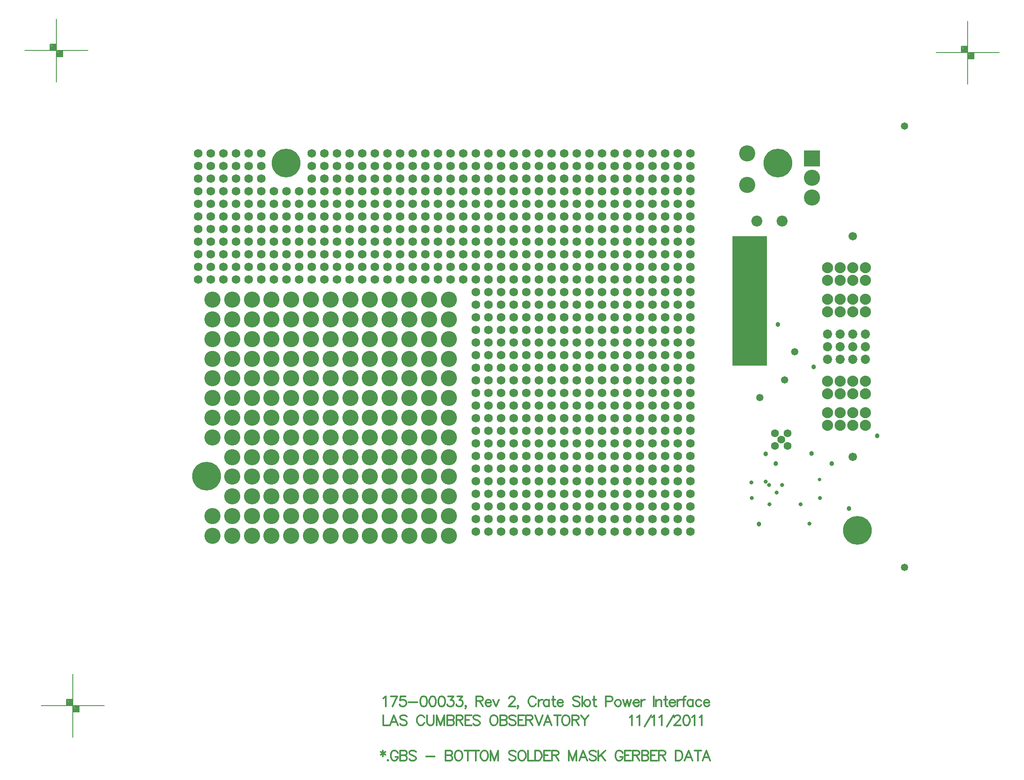
<source format=gbs>
%FSLAX23Y23*%
%MOIN*%
G70*
G01*
G75*
G04 Layer_Color=16711935*
%ADD10R,0.135X0.070*%
%ADD11O,0.024X0.079*%
%ADD12R,0.036X0.036*%
%ADD13O,0.014X0.067*%
%ADD14R,0.059X0.039*%
%ADD15R,0.050X0.050*%
%ADD16R,0.070X0.135*%
%ADD17C,0.020*%
%ADD18C,0.040*%
%ADD19C,0.010*%
%ADD20C,0.012*%
%ADD21C,0.008*%
%ADD22C,0.012*%
%ADD23C,0.012*%
%ADD24C,0.120*%
%ADD25C,0.060*%
%ADD26C,0.220*%
%ADD27C,0.050*%
%ADD28C,0.059*%
%ADD29C,0.080*%
%ADD30C,0.065*%
%ADD31C,0.079*%
%ADD32R,0.120X0.120*%
%ADD33C,0.055*%
%ADD34C,0.030*%
%ADD35C,0.024*%
%ADD36C,0.020*%
%ADD37C,0.005*%
%ADD38C,0.110*%
%ADD39C,0.076*%
%ADD40C,0.206*%
%ADD41C,0.150*%
%ADD42C,0.190*%
%ADD43C,0.092*%
%ADD44C,0.073*%
%ADD45C,0.055*%
%ADD46C,0.068*%
%ADD47C,0.087*%
%ADD48C,0.007*%
%ADD49C,0.010*%
%ADD50C,0.024*%
%ADD51C,0.010*%
%ADD52C,0.039*%
%ADD53C,0.008*%
%ADD54C,0.006*%
%ADD55C,0.007*%
%ADD56R,0.239X0.139*%
%ADD57R,0.143X0.078*%
%ADD58O,0.032X0.087*%
%ADD59R,0.044X0.044*%
%ADD60O,0.022X0.075*%
%ADD61R,0.067X0.047*%
%ADD62R,0.058X0.058*%
%ADD63R,0.078X0.143*%
%ADD64C,0.128*%
%ADD65C,0.228*%
%ADD66C,0.058*%
%ADD67C,0.067*%
%ADD68C,0.088*%
%ADD69C,0.073*%
%ADD70C,0.087*%
%ADD71R,0.128X0.128*%
%ADD72C,0.063*%
%ADD73C,0.038*%
%ADD74C,0.032*%
%ADD75C,0.028*%
%ADD76R,0.275X1.028*%
D20*
X22029Y14083D02*
Y14037D01*
X22010Y14072D02*
X22048Y14049D01*
Y14072D02*
X22010Y14049D01*
X22069Y14011D02*
X22065Y14007D01*
X22069Y14003D01*
X22072Y14007D01*
X22069Y14011D01*
X22147Y14064D02*
X22143Y14072D01*
X22136Y14079D01*
X22128Y14083D01*
X22113D01*
X22105Y14079D01*
X22098Y14072D01*
X22094Y14064D01*
X22090Y14053D01*
Y14034D01*
X22094Y14022D01*
X22098Y14015D01*
X22105Y14007D01*
X22113Y14003D01*
X22128D01*
X22136Y14007D01*
X22143Y14015D01*
X22147Y14022D01*
Y14034D01*
X22128D02*
X22147D01*
X22165Y14083D02*
Y14003D01*
Y14083D02*
X22200D01*
X22211Y14079D01*
X22215Y14075D01*
X22219Y14068D01*
Y14060D01*
X22215Y14053D01*
X22211Y14049D01*
X22200Y14045D01*
X22165D02*
X22200D01*
X22211Y14041D01*
X22215Y14037D01*
X22219Y14030D01*
Y14018D01*
X22215Y14011D01*
X22211Y14007D01*
X22200Y14003D01*
X22165D01*
X22290Y14072D02*
X22282Y14079D01*
X22271Y14083D01*
X22256D01*
X22244Y14079D01*
X22237Y14072D01*
Y14064D01*
X22240Y14056D01*
X22244Y14053D01*
X22252Y14049D01*
X22275Y14041D01*
X22282Y14037D01*
X22286Y14034D01*
X22290Y14026D01*
Y14015D01*
X22282Y14007D01*
X22271Y14003D01*
X22256D01*
X22244Y14007D01*
X22237Y14015D01*
X22371Y14037D02*
X22439D01*
X22526Y14083D02*
Y14003D01*
Y14083D02*
X22560D01*
X22571Y14079D01*
X22575Y14075D01*
X22579Y14068D01*
Y14060D01*
X22575Y14053D01*
X22571Y14049D01*
X22560Y14045D01*
X22526D02*
X22560D01*
X22571Y14041D01*
X22575Y14037D01*
X22579Y14030D01*
Y14018D01*
X22575Y14011D01*
X22571Y14007D01*
X22560Y14003D01*
X22526D01*
X22620Y14083D02*
X22612Y14079D01*
X22604Y14072D01*
X22601Y14064D01*
X22597Y14053D01*
Y14034D01*
X22601Y14022D01*
X22604Y14015D01*
X22612Y14007D01*
X22620Y14003D01*
X22635D01*
X22643Y14007D01*
X22650Y14015D01*
X22654Y14022D01*
X22658Y14034D01*
Y14053D01*
X22654Y14064D01*
X22650Y14072D01*
X22643Y14079D01*
X22635Y14083D01*
X22620D01*
X22703D02*
Y14003D01*
X22676Y14083D02*
X22730D01*
X22766D02*
Y14003D01*
X22739Y14083D02*
X22793D01*
X22825D02*
X22817Y14079D01*
X22810Y14072D01*
X22806Y14064D01*
X22802Y14053D01*
Y14034D01*
X22806Y14022D01*
X22810Y14015D01*
X22817Y14007D01*
X22825Y14003D01*
X22840D01*
X22848Y14007D01*
X22855Y14015D01*
X22859Y14022D01*
X22863Y14034D01*
Y14053D01*
X22859Y14064D01*
X22855Y14072D01*
X22848Y14079D01*
X22840Y14083D01*
X22825D01*
X22882D02*
Y14003D01*
Y14083D02*
X22912Y14003D01*
X22943Y14083D02*
X22912Y14003D01*
X22943Y14083D02*
Y14003D01*
X23082Y14072D02*
X23074Y14079D01*
X23063Y14083D01*
X23047D01*
X23036Y14079D01*
X23028Y14072D01*
Y14064D01*
X23032Y14056D01*
X23036Y14053D01*
X23044Y14049D01*
X23066Y14041D01*
X23074Y14037D01*
X23078Y14034D01*
X23082Y14026D01*
Y14015D01*
X23074Y14007D01*
X23063Y14003D01*
X23047D01*
X23036Y14007D01*
X23028Y14015D01*
X23122Y14083D02*
X23115Y14079D01*
X23107Y14072D01*
X23103Y14064D01*
X23100Y14053D01*
Y14034D01*
X23103Y14022D01*
X23107Y14015D01*
X23115Y14007D01*
X23122Y14003D01*
X23138D01*
X23145Y14007D01*
X23153Y14015D01*
X23157Y14022D01*
X23161Y14034D01*
Y14053D01*
X23157Y14064D01*
X23153Y14072D01*
X23145Y14079D01*
X23138Y14083D01*
X23122D01*
X23179D02*
Y14003D01*
X23225D01*
X23234Y14083D02*
Y14003D01*
Y14083D02*
X23260D01*
X23272Y14079D01*
X23279Y14072D01*
X23283Y14064D01*
X23287Y14053D01*
Y14034D01*
X23283Y14022D01*
X23279Y14015D01*
X23272Y14007D01*
X23260Y14003D01*
X23234D01*
X23354Y14083D02*
X23305D01*
Y14003D01*
X23354D01*
X23305Y14045D02*
X23335D01*
X23368Y14083D02*
Y14003D01*
Y14083D02*
X23402D01*
X23413Y14079D01*
X23417Y14075D01*
X23421Y14068D01*
Y14060D01*
X23417Y14053D01*
X23413Y14049D01*
X23402Y14045D01*
X23368D01*
X23394D02*
X23421Y14003D01*
X23502Y14083D02*
Y14003D01*
Y14083D02*
X23532Y14003D01*
X23563Y14083D02*
X23532Y14003D01*
X23563Y14083D02*
Y14003D01*
X23647D02*
X23616Y14083D01*
X23586Y14003D01*
X23597Y14030D02*
X23635D01*
X23719Y14072D02*
X23711Y14079D01*
X23699Y14083D01*
X23684D01*
X23673Y14079D01*
X23665Y14072D01*
Y14064D01*
X23669Y14056D01*
X23673Y14053D01*
X23680Y14049D01*
X23703Y14041D01*
X23711Y14037D01*
X23715Y14034D01*
X23719Y14026D01*
Y14015D01*
X23711Y14007D01*
X23699Y14003D01*
X23684D01*
X23673Y14007D01*
X23665Y14015D01*
X23736Y14083D02*
Y14003D01*
X23790Y14083D02*
X23736Y14030D01*
X23755Y14049D02*
X23790Y14003D01*
X23928Y14064D02*
X23924Y14072D01*
X23916Y14079D01*
X23909Y14083D01*
X23893D01*
X23886Y14079D01*
X23878Y14072D01*
X23874Y14064D01*
X23870Y14053D01*
Y14034D01*
X23874Y14022D01*
X23878Y14015D01*
X23886Y14007D01*
X23893Y14003D01*
X23909D01*
X23916Y14007D01*
X23924Y14015D01*
X23928Y14022D01*
Y14034D01*
X23909D02*
X23928D01*
X23995Y14083D02*
X23946D01*
Y14003D01*
X23995D01*
X23946Y14045D02*
X23976D01*
X24009Y14083D02*
Y14003D01*
Y14083D02*
X24043D01*
X24054Y14079D01*
X24058Y14075D01*
X24062Y14068D01*
Y14060D01*
X24058Y14053D01*
X24054Y14049D01*
X24043Y14045D01*
X24009D01*
X24035D02*
X24062Y14003D01*
X24080Y14083D02*
Y14003D01*
Y14083D02*
X24114D01*
X24126Y14079D01*
X24129Y14075D01*
X24133Y14068D01*
Y14060D01*
X24129Y14053D01*
X24126Y14049D01*
X24114Y14045D01*
X24080D02*
X24114D01*
X24126Y14041D01*
X24129Y14037D01*
X24133Y14030D01*
Y14018D01*
X24129Y14011D01*
X24126Y14007D01*
X24114Y14003D01*
X24080D01*
X24201Y14083D02*
X24151D01*
Y14003D01*
X24201D01*
X24151Y14045D02*
X24182D01*
X24214Y14083D02*
Y14003D01*
Y14083D02*
X24248D01*
X24260Y14079D01*
X24264Y14075D01*
X24267Y14068D01*
Y14060D01*
X24264Y14053D01*
X24260Y14049D01*
X24248Y14045D01*
X24214D01*
X24241D02*
X24267Y14003D01*
X24348Y14083D02*
Y14003D01*
Y14083D02*
X24375D01*
X24386Y14079D01*
X24394Y14072D01*
X24398Y14064D01*
X24401Y14053D01*
Y14034D01*
X24398Y14022D01*
X24394Y14015D01*
X24386Y14007D01*
X24375Y14003D01*
X24348D01*
X24480D02*
X24450Y14083D01*
X24419Y14003D01*
X24431Y14030D02*
X24469D01*
X24526Y14083D02*
Y14003D01*
X24499Y14083D02*
X24552D01*
X24623Y14003D02*
X24592Y14083D01*
X24562Y14003D01*
X24573Y14030D02*
X24611D01*
D21*
X19321Y14441D02*
X19821D01*
X19571Y14191D02*
Y14691D01*
X19521Y14441D02*
Y14491D01*
X19571D01*
X19621Y14391D02*
Y14441D01*
X19571Y14391D02*
X19621D01*
X19576Y14436D02*
X19616D01*
Y14396D02*
Y14436D01*
X19576Y14396D02*
X19616D01*
X19576D02*
Y14436D01*
X19581Y14431D02*
X19611D01*
Y14401D02*
Y14431D01*
X19581Y14401D02*
X19611D01*
X19581D02*
Y14426D01*
X19586D02*
X19606D01*
Y14406D02*
Y14426D01*
X19586Y14406D02*
X19606D01*
X19586D02*
Y14421D01*
X19591D02*
X19601D01*
Y14411D02*
Y14421D01*
X19591Y14411D02*
X19601D01*
X19591D02*
Y14421D01*
Y14416D02*
X19601D01*
X19526Y14486D02*
X19566D01*
Y14446D02*
Y14486D01*
X19526Y14446D02*
X19566D01*
X19526D02*
Y14486D01*
X19531Y14481D02*
X19561D01*
Y14451D02*
Y14481D01*
X19531Y14451D02*
X19561D01*
X19531D02*
Y14476D01*
X19536D02*
X19556D01*
Y14456D02*
Y14476D01*
X19536Y14456D02*
X19556D01*
X19536D02*
Y14471D01*
X19541D02*
X19551D01*
Y14461D02*
Y14471D01*
X19541Y14461D02*
X19551D01*
X19541D02*
Y14471D01*
Y14466D02*
X19551D01*
X19192Y19635D02*
X19692D01*
X19442Y19385D02*
Y19885D01*
X19392Y19635D02*
Y19685D01*
X19442D01*
X19492Y19585D02*
Y19635D01*
X19442Y19585D02*
X19492D01*
X19447Y19630D02*
X19487D01*
Y19590D02*
Y19630D01*
X19447Y19590D02*
X19487D01*
X19447D02*
Y19630D01*
X19452Y19625D02*
X19482D01*
Y19595D02*
Y19625D01*
X19452Y19595D02*
X19482D01*
X19452D02*
Y19620D01*
X19457D02*
X19477D01*
Y19600D02*
Y19620D01*
X19457Y19600D02*
X19477D01*
X19457D02*
Y19615D01*
X19462D02*
X19472D01*
Y19605D02*
Y19615D01*
X19462Y19605D02*
X19472D01*
X19462D02*
Y19615D01*
Y19610D02*
X19472D01*
X19397Y19680D02*
X19437D01*
Y19640D02*
Y19680D01*
X19397Y19640D02*
X19437D01*
X19397D02*
Y19680D01*
X19402Y19675D02*
X19432D01*
Y19645D02*
Y19675D01*
X19402Y19645D02*
X19432D01*
X19402D02*
Y19670D01*
X19407D02*
X19427D01*
Y19650D02*
Y19670D01*
X19407Y19650D02*
X19427D01*
X19407D02*
Y19665D01*
X19412D02*
X19422D01*
Y19655D02*
Y19665D01*
X19412Y19655D02*
X19422D01*
X19412D02*
Y19665D01*
Y19660D02*
X19422D01*
X26412Y19619D02*
X26912D01*
X26662Y19369D02*
Y19869D01*
X26612Y19619D02*
Y19669D01*
X26662D01*
X26712Y19569D02*
Y19619D01*
X26662Y19569D02*
X26712D01*
X26667Y19614D02*
X26707D01*
Y19574D02*
Y19614D01*
X26667Y19574D02*
X26707D01*
X26667D02*
Y19614D01*
X26672Y19609D02*
X26702D01*
Y19579D02*
Y19609D01*
X26672Y19579D02*
X26702D01*
X26672D02*
Y19604D01*
X26677D02*
X26697D01*
Y19584D02*
Y19604D01*
X26677Y19584D02*
X26697D01*
X26677D02*
Y19599D01*
X26682D02*
X26692D01*
Y19589D02*
Y19599D01*
X26682Y19589D02*
X26692D01*
X26682D02*
Y19599D01*
Y19594D02*
X26692D01*
X26617Y19664D02*
X26657D01*
Y19624D02*
Y19664D01*
X26617Y19624D02*
X26657D01*
X26617D02*
Y19664D01*
X26622Y19659D02*
X26652D01*
Y19629D02*
Y19659D01*
X26622Y19629D02*
X26652D01*
X26622D02*
Y19654D01*
X26627D02*
X26647D01*
Y19634D02*
Y19654D01*
X26627Y19634D02*
X26647D01*
X26627D02*
Y19649D01*
X26632D02*
X26642D01*
Y19639D02*
Y19649D01*
X26632Y19639D02*
X26642D01*
X26632D02*
Y19649D01*
Y19644D02*
X26642D01*
D22*
X22031Y14498D02*
X22039Y14502D01*
X22050Y14514D01*
Y14434D01*
X22143Y14514D02*
X22105Y14434D01*
X22090Y14514D02*
X22143D01*
X22207D02*
X22169D01*
X22165Y14479D01*
X22169Y14483D01*
X22180Y14487D01*
X22192D01*
X22203Y14483D01*
X22211Y14476D01*
X22215Y14464D01*
Y14457D01*
X22211Y14445D01*
X22203Y14438D01*
X22192Y14434D01*
X22180D01*
X22169Y14438D01*
X22165Y14441D01*
X22161Y14449D01*
X22232Y14468D02*
X22301D01*
X22347Y14514D02*
X22336Y14510D01*
X22328Y14498D01*
X22325Y14479D01*
Y14468D01*
X22328Y14449D01*
X22336Y14438D01*
X22347Y14434D01*
X22355D01*
X22367Y14438D01*
X22374Y14449D01*
X22378Y14468D01*
Y14479D01*
X22374Y14498D01*
X22367Y14510D01*
X22355Y14514D01*
X22347D01*
X22419D02*
X22407Y14510D01*
X22400Y14498D01*
X22396Y14479D01*
Y14468D01*
X22400Y14449D01*
X22407Y14438D01*
X22419Y14434D01*
X22426D01*
X22438Y14438D01*
X22445Y14449D01*
X22449Y14468D01*
Y14479D01*
X22445Y14498D01*
X22438Y14510D01*
X22426Y14514D01*
X22419D01*
X22490D02*
X22478Y14510D01*
X22471Y14498D01*
X22467Y14479D01*
Y14468D01*
X22471Y14449D01*
X22478Y14438D01*
X22490Y14434D01*
X22498D01*
X22509Y14438D01*
X22517Y14449D01*
X22520Y14468D01*
Y14479D01*
X22517Y14498D01*
X22509Y14510D01*
X22498Y14514D01*
X22490D01*
X22546D02*
X22588D01*
X22565Y14483D01*
X22576D01*
X22584Y14479D01*
X22588Y14476D01*
X22592Y14464D01*
Y14457D01*
X22588Y14445D01*
X22580Y14438D01*
X22569Y14434D01*
X22557D01*
X22546Y14438D01*
X22542Y14441D01*
X22538Y14449D01*
X22617Y14514D02*
X22659D01*
X22636Y14483D01*
X22648D01*
X22655Y14479D01*
X22659Y14476D01*
X22663Y14464D01*
Y14457D01*
X22659Y14445D01*
X22651Y14438D01*
X22640Y14434D01*
X22629D01*
X22617Y14438D01*
X22613Y14441D01*
X22610Y14449D01*
X22688Y14438D02*
X22685Y14434D01*
X22681Y14438D01*
X22685Y14441D01*
X22688Y14438D01*
Y14430D01*
X22685Y14422D01*
X22681Y14418D01*
X22769Y14514D02*
Y14434D01*
Y14514D02*
X22803D01*
X22814Y14510D01*
X22818Y14506D01*
X22822Y14498D01*
Y14491D01*
X22818Y14483D01*
X22814Y14479D01*
X22803Y14476D01*
X22769D01*
X22795D02*
X22822Y14434D01*
X22840Y14464D02*
X22886D01*
Y14472D01*
X22882Y14479D01*
X22878Y14483D01*
X22870Y14487D01*
X22859D01*
X22851Y14483D01*
X22844Y14476D01*
X22840Y14464D01*
Y14457D01*
X22844Y14445D01*
X22851Y14438D01*
X22859Y14434D01*
X22870D01*
X22878Y14438D01*
X22886Y14445D01*
X22903Y14487D02*
X22926Y14434D01*
X22948Y14487D02*
X22926Y14434D01*
X23028Y14495D02*
Y14498D01*
X23032Y14506D01*
X23036Y14510D01*
X23043Y14514D01*
X23059D01*
X23066Y14510D01*
X23070Y14506D01*
X23074Y14498D01*
Y14491D01*
X23070Y14483D01*
X23062Y14472D01*
X23024Y14434D01*
X23078D01*
X23103Y14438D02*
X23099Y14434D01*
X23095Y14438D01*
X23099Y14441D01*
X23103Y14438D01*
Y14430D01*
X23099Y14422D01*
X23095Y14418D01*
X23241Y14495D02*
X23237Y14502D01*
X23229Y14510D01*
X23222Y14514D01*
X23206D01*
X23199Y14510D01*
X23191Y14502D01*
X23187Y14495D01*
X23183Y14483D01*
Y14464D01*
X23187Y14453D01*
X23191Y14445D01*
X23199Y14438D01*
X23206Y14434D01*
X23222D01*
X23229Y14438D01*
X23237Y14445D01*
X23241Y14453D01*
X23263Y14487D02*
Y14434D01*
Y14464D02*
X23267Y14476D01*
X23275Y14483D01*
X23282Y14487D01*
X23294D01*
X23346D02*
Y14434D01*
Y14476D02*
X23339Y14483D01*
X23331Y14487D01*
X23320D01*
X23312Y14483D01*
X23305Y14476D01*
X23301Y14464D01*
Y14457D01*
X23305Y14445D01*
X23312Y14438D01*
X23320Y14434D01*
X23331D01*
X23339Y14438D01*
X23346Y14445D01*
X23379Y14514D02*
Y14449D01*
X23383Y14438D01*
X23391Y14434D01*
X23398D01*
X23368Y14487D02*
X23394D01*
X23410Y14464D02*
X23455D01*
Y14472D01*
X23452Y14479D01*
X23448Y14483D01*
X23440Y14487D01*
X23429D01*
X23421Y14483D01*
X23414Y14476D01*
X23410Y14464D01*
Y14457D01*
X23414Y14445D01*
X23421Y14438D01*
X23429Y14434D01*
X23440D01*
X23448Y14438D01*
X23455Y14445D01*
X23589Y14502D02*
X23581Y14510D01*
X23570Y14514D01*
X23554D01*
X23543Y14510D01*
X23535Y14502D01*
Y14495D01*
X23539Y14487D01*
X23543Y14483D01*
X23551Y14479D01*
X23573Y14472D01*
X23581Y14468D01*
X23585Y14464D01*
X23589Y14457D01*
Y14445D01*
X23581Y14438D01*
X23570Y14434D01*
X23554D01*
X23543Y14438D01*
X23535Y14445D01*
X23607Y14514D02*
Y14434D01*
X23642Y14487D02*
X23635Y14483D01*
X23627Y14476D01*
X23623Y14464D01*
Y14457D01*
X23627Y14445D01*
X23635Y14438D01*
X23642Y14434D01*
X23654D01*
X23661Y14438D01*
X23669Y14445D01*
X23673Y14457D01*
Y14464D01*
X23669Y14476D01*
X23661Y14483D01*
X23654Y14487D01*
X23642D01*
X23702Y14514D02*
Y14449D01*
X23706Y14438D01*
X23713Y14434D01*
X23721D01*
X23690Y14487D02*
X23717D01*
X23795Y14472D02*
X23829D01*
X23841Y14476D01*
X23845Y14479D01*
X23848Y14487D01*
Y14498D01*
X23845Y14506D01*
X23841Y14510D01*
X23829Y14514D01*
X23795D01*
Y14434D01*
X23885Y14487D02*
X23878Y14483D01*
X23870Y14476D01*
X23866Y14464D01*
Y14457D01*
X23870Y14445D01*
X23878Y14438D01*
X23885Y14434D01*
X23897D01*
X23904Y14438D01*
X23912Y14445D01*
X23916Y14457D01*
Y14464D01*
X23912Y14476D01*
X23904Y14483D01*
X23897Y14487D01*
X23885D01*
X23933D02*
X23949Y14434D01*
X23964Y14487D02*
X23949Y14434D01*
X23964Y14487D02*
X23979Y14434D01*
X23994Y14487D02*
X23979Y14434D01*
X24013Y14464D02*
X24059D01*
Y14472D01*
X24055Y14479D01*
X24051Y14483D01*
X24043Y14487D01*
X24032D01*
X24024Y14483D01*
X24017Y14476D01*
X24013Y14464D01*
Y14457D01*
X24017Y14445D01*
X24024Y14438D01*
X24032Y14434D01*
X24043D01*
X24051Y14438D01*
X24059Y14445D01*
X24076Y14487D02*
Y14434D01*
Y14464D02*
X24080Y14476D01*
X24087Y14483D01*
X24095Y14487D01*
X24106D01*
X24176Y14514D02*
Y14434D01*
X24193Y14487D02*
Y14434D01*
Y14472D02*
X24205Y14483D01*
X24212Y14487D01*
X24224D01*
X24231Y14483D01*
X24235Y14472D01*
Y14434D01*
X24267Y14514D02*
Y14449D01*
X24271Y14438D01*
X24279Y14434D01*
X24286D01*
X24256Y14487D02*
X24283D01*
X24298Y14464D02*
X24344D01*
Y14472D01*
X24340Y14479D01*
X24336Y14483D01*
X24328Y14487D01*
X24317D01*
X24309Y14483D01*
X24302Y14476D01*
X24298Y14464D01*
Y14457D01*
X24302Y14445D01*
X24309Y14438D01*
X24317Y14434D01*
X24328D01*
X24336Y14438D01*
X24344Y14445D01*
X24361Y14487D02*
Y14434D01*
Y14464D02*
X24365Y14476D01*
X24372Y14483D01*
X24380Y14487D01*
X24391D01*
X24429Y14514D02*
X24421D01*
X24414Y14510D01*
X24410Y14498D01*
Y14434D01*
X24398Y14487D02*
X24425D01*
X24486D02*
Y14434D01*
Y14476D02*
X24478Y14483D01*
X24471Y14487D01*
X24459D01*
X24452Y14483D01*
X24444Y14476D01*
X24440Y14464D01*
Y14457D01*
X24444Y14445D01*
X24452Y14438D01*
X24459Y14434D01*
X24471D01*
X24478Y14438D01*
X24486Y14445D01*
X24553Y14476D02*
X24545Y14483D01*
X24538Y14487D01*
X24526D01*
X24519Y14483D01*
X24511Y14476D01*
X24507Y14464D01*
Y14457D01*
X24511Y14445D01*
X24519Y14438D01*
X24526Y14434D01*
X24538D01*
X24545Y14438D01*
X24553Y14445D01*
X24570Y14464D02*
X24616D01*
Y14472D01*
X24612Y14479D01*
X24608Y14483D01*
X24601Y14487D01*
X24589D01*
X24582Y14483D01*
X24574Y14476D01*
X24570Y14464D01*
Y14457D01*
X24574Y14445D01*
X24582Y14438D01*
X24589Y14434D01*
X24601D01*
X24608Y14438D01*
X24616Y14445D01*
D23*
X22031Y14364D02*
Y14284D01*
X22077D01*
X22147D02*
X22116Y14364D01*
X22086Y14284D01*
X22097Y14310D02*
X22135D01*
X22219Y14352D02*
X22211Y14360D01*
X22200Y14364D01*
X22184D01*
X22173Y14360D01*
X22165Y14352D01*
Y14345D01*
X22169Y14337D01*
X22173Y14333D01*
X22181Y14329D01*
X22204Y14322D01*
X22211Y14318D01*
X22215Y14314D01*
X22219Y14307D01*
Y14295D01*
X22211Y14287D01*
X22200Y14284D01*
X22184D01*
X22173Y14287D01*
X22165Y14295D01*
X22357Y14345D02*
X22353Y14352D01*
X22345Y14360D01*
X22338Y14364D01*
X22322D01*
X22315Y14360D01*
X22307Y14352D01*
X22303Y14345D01*
X22299Y14333D01*
Y14314D01*
X22303Y14303D01*
X22307Y14295D01*
X22315Y14287D01*
X22322Y14284D01*
X22338D01*
X22345Y14287D01*
X22353Y14295D01*
X22357Y14303D01*
X22379Y14364D02*
Y14307D01*
X22383Y14295D01*
X22391Y14287D01*
X22402Y14284D01*
X22410D01*
X22421Y14287D01*
X22429Y14295D01*
X22432Y14307D01*
Y14364D01*
X22454D02*
Y14284D01*
Y14364D02*
X22485Y14284D01*
X22515Y14364D02*
X22485Y14284D01*
X22515Y14364D02*
Y14284D01*
X22538Y14364D02*
Y14284D01*
Y14364D02*
X22573D01*
X22584Y14360D01*
X22588Y14356D01*
X22592Y14348D01*
Y14341D01*
X22588Y14333D01*
X22584Y14329D01*
X22573Y14326D01*
X22538D02*
X22573D01*
X22584Y14322D01*
X22588Y14318D01*
X22592Y14310D01*
Y14299D01*
X22588Y14291D01*
X22584Y14287D01*
X22573Y14284D01*
X22538D01*
X22610Y14364D02*
Y14284D01*
Y14364D02*
X22644D01*
X22655Y14360D01*
X22659Y14356D01*
X22663Y14348D01*
Y14341D01*
X22659Y14333D01*
X22655Y14329D01*
X22644Y14326D01*
X22610D01*
X22636D02*
X22663Y14284D01*
X22730Y14364D02*
X22681D01*
Y14284D01*
X22730D01*
X22681Y14326D02*
X22711D01*
X22797Y14352D02*
X22789Y14360D01*
X22778Y14364D01*
X22763D01*
X22751Y14360D01*
X22744Y14352D01*
Y14345D01*
X22747Y14337D01*
X22751Y14333D01*
X22759Y14329D01*
X22782Y14322D01*
X22789Y14318D01*
X22793Y14314D01*
X22797Y14307D01*
Y14295D01*
X22789Y14287D01*
X22778Y14284D01*
X22763D01*
X22751Y14287D01*
X22744Y14295D01*
X22900Y14364D02*
X22893Y14360D01*
X22885Y14352D01*
X22881Y14345D01*
X22878Y14333D01*
Y14314D01*
X22881Y14303D01*
X22885Y14295D01*
X22893Y14287D01*
X22900Y14284D01*
X22916D01*
X22923Y14287D01*
X22931Y14295D01*
X22935Y14303D01*
X22939Y14314D01*
Y14333D01*
X22935Y14345D01*
X22931Y14352D01*
X22923Y14360D01*
X22916Y14364D01*
X22900D01*
X22957D02*
Y14284D01*
Y14364D02*
X22992D01*
X23003Y14360D01*
X23007Y14356D01*
X23011Y14348D01*
Y14341D01*
X23007Y14333D01*
X23003Y14329D01*
X22992Y14326D01*
X22957D02*
X22992D01*
X23003Y14322D01*
X23007Y14318D01*
X23011Y14310D01*
Y14299D01*
X23007Y14291D01*
X23003Y14287D01*
X22992Y14284D01*
X22957D01*
X23082Y14352D02*
X23074Y14360D01*
X23063Y14364D01*
X23048D01*
X23036Y14360D01*
X23028Y14352D01*
Y14345D01*
X23032Y14337D01*
X23036Y14333D01*
X23044Y14329D01*
X23067Y14322D01*
X23074Y14318D01*
X23078Y14314D01*
X23082Y14307D01*
Y14295D01*
X23074Y14287D01*
X23063Y14284D01*
X23048D01*
X23036Y14287D01*
X23028Y14295D01*
X23149Y14364D02*
X23100D01*
Y14284D01*
X23149D01*
X23100Y14326D02*
X23130D01*
X23163Y14364D02*
Y14284D01*
Y14364D02*
X23197D01*
X23208Y14360D01*
X23212Y14356D01*
X23216Y14348D01*
Y14341D01*
X23212Y14333D01*
X23208Y14329D01*
X23197Y14326D01*
X23163D01*
X23189D02*
X23216Y14284D01*
X23234Y14364D02*
X23264Y14284D01*
X23295Y14364D02*
X23264Y14284D01*
X23366D02*
X23335Y14364D01*
X23305Y14284D01*
X23316Y14310D02*
X23354D01*
X23411Y14364D02*
Y14284D01*
X23385Y14364D02*
X23438D01*
X23470D02*
X23463Y14360D01*
X23455Y14352D01*
X23451Y14345D01*
X23447Y14333D01*
Y14314D01*
X23451Y14303D01*
X23455Y14295D01*
X23463Y14287D01*
X23470Y14284D01*
X23486D01*
X23493Y14287D01*
X23501Y14295D01*
X23505Y14303D01*
X23508Y14314D01*
Y14333D01*
X23505Y14345D01*
X23501Y14352D01*
X23493Y14360D01*
X23486Y14364D01*
X23470D01*
X23527D02*
Y14284D01*
Y14364D02*
X23561D01*
X23573Y14360D01*
X23577Y14356D01*
X23580Y14348D01*
Y14341D01*
X23577Y14333D01*
X23573Y14329D01*
X23561Y14326D01*
X23527D01*
X23554D02*
X23580Y14284D01*
X23598Y14364D02*
X23629Y14326D01*
Y14284D01*
X23659Y14364D02*
X23629Y14326D01*
X23984Y14348D02*
X23991Y14352D01*
X24003Y14364D01*
Y14284D01*
X24042Y14348D02*
X24050Y14352D01*
X24061Y14364D01*
Y14284D01*
X24101Y14272D02*
X24154Y14364D01*
X24160Y14348D02*
X24167Y14352D01*
X24179Y14364D01*
Y14284D01*
X24218Y14348D02*
X24226Y14352D01*
X24237Y14364D01*
Y14284D01*
X24277Y14272D02*
X24330Y14364D01*
X24339Y14345D02*
Y14348D01*
X24343Y14356D01*
X24347Y14360D01*
X24355Y14364D01*
X24370D01*
X24378Y14360D01*
X24381Y14356D01*
X24385Y14348D01*
Y14341D01*
X24381Y14333D01*
X24374Y14322D01*
X24336Y14284D01*
X24389D01*
X24430Y14364D02*
X24418Y14360D01*
X24411Y14348D01*
X24407Y14329D01*
Y14318D01*
X24411Y14299D01*
X24418Y14287D01*
X24430Y14284D01*
X24437D01*
X24449Y14287D01*
X24456Y14299D01*
X24460Y14318D01*
Y14329D01*
X24456Y14348D01*
X24449Y14360D01*
X24437Y14364D01*
X24430D01*
X24478Y14348D02*
X24486Y14352D01*
X24497Y14364D01*
Y14284D01*
X24537Y14348D02*
X24544Y14352D01*
X24556Y14364D01*
Y14284D01*
D46*
X22066Y18819D02*
D03*
Y18719D02*
D03*
Y18619D02*
D03*
Y18519D02*
D03*
X21966Y18819D02*
D03*
Y18719D02*
D03*
Y18619D02*
D03*
Y18519D02*
D03*
X21866Y18819D02*
D03*
Y18719D02*
D03*
Y18619D02*
D03*
Y18519D02*
D03*
X21766Y18819D02*
D03*
Y18719D02*
D03*
Y18619D02*
D03*
Y18519D02*
D03*
X21666Y18819D02*
D03*
Y18719D02*
D03*
Y18619D02*
D03*
Y18519D02*
D03*
X21566D02*
D03*
Y18619D02*
D03*
Y18719D02*
D03*
Y18819D02*
D03*
X22066Y18319D02*
D03*
Y18219D02*
D03*
Y18119D02*
D03*
Y18019D02*
D03*
Y17919D02*
D03*
X21966Y18319D02*
D03*
Y18219D02*
D03*
Y18119D02*
D03*
Y18019D02*
D03*
Y17919D02*
D03*
X21866Y18319D02*
D03*
Y18219D02*
D03*
Y18119D02*
D03*
Y18019D02*
D03*
Y17919D02*
D03*
X21766Y18319D02*
D03*
Y18219D02*
D03*
Y18119D02*
D03*
Y18019D02*
D03*
Y17919D02*
D03*
X21666Y18319D02*
D03*
Y18219D02*
D03*
Y18119D02*
D03*
Y18019D02*
D03*
Y17919D02*
D03*
X21566D02*
D03*
Y18019D02*
D03*
Y18119D02*
D03*
Y18219D02*
D03*
Y18319D02*
D03*
X22066Y18419D02*
D03*
X21966D02*
D03*
X21866D02*
D03*
X21766D02*
D03*
X21666D02*
D03*
X21566D02*
D03*
X20966D02*
D03*
X21066D02*
D03*
X21166D02*
D03*
X21266D02*
D03*
X21366D02*
D03*
X21466D02*
D03*
X20966Y18319D02*
D03*
Y18219D02*
D03*
Y18119D02*
D03*
Y18019D02*
D03*
Y17919D02*
D03*
X21066D02*
D03*
Y18019D02*
D03*
Y18119D02*
D03*
Y18219D02*
D03*
Y18319D02*
D03*
X21166Y17919D02*
D03*
Y18019D02*
D03*
Y18119D02*
D03*
Y18219D02*
D03*
Y18319D02*
D03*
X21266Y17919D02*
D03*
Y18019D02*
D03*
Y18119D02*
D03*
Y18219D02*
D03*
Y18319D02*
D03*
X21366Y17919D02*
D03*
Y18019D02*
D03*
Y18119D02*
D03*
Y18219D02*
D03*
Y18319D02*
D03*
X21466Y17919D02*
D03*
Y18019D02*
D03*
Y18119D02*
D03*
Y18219D02*
D03*
Y18319D02*
D03*
X20966Y18819D02*
D03*
Y18719D02*
D03*
Y18619D02*
D03*
Y18519D02*
D03*
X21066D02*
D03*
Y18619D02*
D03*
Y18719D02*
D03*
Y18819D02*
D03*
X21166Y18519D02*
D03*
X21266D02*
D03*
X21366D02*
D03*
X21466D02*
D03*
Y18619D02*
D03*
Y18719D02*
D03*
Y18819D02*
D03*
X20566Y18419D02*
D03*
X20666D02*
D03*
X20766D02*
D03*
X20866D02*
D03*
X20566Y17919D02*
D03*
Y18019D02*
D03*
Y18119D02*
D03*
Y18219D02*
D03*
Y18319D02*
D03*
X20666Y17919D02*
D03*
Y18019D02*
D03*
Y18119D02*
D03*
Y18219D02*
D03*
Y18319D02*
D03*
X20766Y17919D02*
D03*
Y18019D02*
D03*
Y18119D02*
D03*
Y18219D02*
D03*
Y18319D02*
D03*
X20866Y17919D02*
D03*
Y18019D02*
D03*
Y18119D02*
D03*
Y18219D02*
D03*
Y18319D02*
D03*
X20566Y18519D02*
D03*
Y18619D02*
D03*
Y18719D02*
D03*
Y18819D02*
D03*
X20666Y18519D02*
D03*
Y18619D02*
D03*
Y18719D02*
D03*
Y18819D02*
D03*
X20766Y18519D02*
D03*
Y18619D02*
D03*
Y18719D02*
D03*
Y18819D02*
D03*
X20866Y18519D02*
D03*
Y18619D02*
D03*
Y18719D02*
D03*
Y18819D02*
D03*
Y17819D02*
D03*
X20766D02*
D03*
X20666D02*
D03*
X20566D02*
D03*
X21466D02*
D03*
X21366D02*
D03*
X21266D02*
D03*
X21166D02*
D03*
X21066D02*
D03*
X20966D02*
D03*
X21566D02*
D03*
X21666D02*
D03*
X21766D02*
D03*
X21866D02*
D03*
X21966D02*
D03*
X22066D02*
D03*
X24466Y16319D02*
D03*
Y16219D02*
D03*
Y16119D02*
D03*
Y16019D02*
D03*
Y15919D02*
D03*
X24366Y16319D02*
D03*
Y16219D02*
D03*
Y16119D02*
D03*
Y16019D02*
D03*
Y15919D02*
D03*
X24266Y16319D02*
D03*
Y16219D02*
D03*
Y16119D02*
D03*
Y16019D02*
D03*
Y15919D02*
D03*
X24166Y16319D02*
D03*
Y16219D02*
D03*
Y16119D02*
D03*
Y16019D02*
D03*
Y15919D02*
D03*
X24066Y16319D02*
D03*
Y16219D02*
D03*
Y16119D02*
D03*
Y16019D02*
D03*
Y15919D02*
D03*
X23966D02*
D03*
Y16019D02*
D03*
Y16119D02*
D03*
Y16219D02*
D03*
Y16319D02*
D03*
X24466Y16419D02*
D03*
X24366D02*
D03*
X24266D02*
D03*
X24166D02*
D03*
X24066D02*
D03*
X23966D02*
D03*
X24466Y15819D02*
D03*
X24366D02*
D03*
X24266D02*
D03*
X24166D02*
D03*
X24066D02*
D03*
X23966D02*
D03*
X23366D02*
D03*
X23466D02*
D03*
X23566D02*
D03*
X23666D02*
D03*
X23766D02*
D03*
X23866D02*
D03*
X23366Y16419D02*
D03*
X23466D02*
D03*
X23566D02*
D03*
X23666D02*
D03*
X23766D02*
D03*
X23866D02*
D03*
X23366Y16319D02*
D03*
Y16219D02*
D03*
Y16119D02*
D03*
Y16019D02*
D03*
Y15919D02*
D03*
X23466D02*
D03*
Y16019D02*
D03*
Y16119D02*
D03*
Y16219D02*
D03*
Y16319D02*
D03*
X23566Y15919D02*
D03*
Y16019D02*
D03*
Y16119D02*
D03*
Y16219D02*
D03*
Y16319D02*
D03*
X23666Y15919D02*
D03*
Y16019D02*
D03*
Y16119D02*
D03*
Y16219D02*
D03*
Y16319D02*
D03*
X23766Y15919D02*
D03*
Y16019D02*
D03*
Y16119D02*
D03*
Y16219D02*
D03*
Y16319D02*
D03*
X23866Y15919D02*
D03*
Y16019D02*
D03*
Y16119D02*
D03*
Y16219D02*
D03*
Y16319D02*
D03*
X22766Y15819D02*
D03*
X22866D02*
D03*
X22966D02*
D03*
X23066D02*
D03*
X23166D02*
D03*
X23266D02*
D03*
X22766Y16419D02*
D03*
X22866D02*
D03*
X22966D02*
D03*
X23066D02*
D03*
X23166D02*
D03*
X23266D02*
D03*
X22766Y16319D02*
D03*
Y16219D02*
D03*
Y16119D02*
D03*
Y16019D02*
D03*
Y15919D02*
D03*
X22866D02*
D03*
Y16019D02*
D03*
Y16119D02*
D03*
Y16219D02*
D03*
Y16319D02*
D03*
X22966Y15919D02*
D03*
Y16019D02*
D03*
Y16119D02*
D03*
Y16219D02*
D03*
Y16319D02*
D03*
X23066Y15919D02*
D03*
Y16019D02*
D03*
Y16119D02*
D03*
Y16219D02*
D03*
Y16319D02*
D03*
X23166Y15919D02*
D03*
Y16019D02*
D03*
Y16119D02*
D03*
Y16219D02*
D03*
Y16319D02*
D03*
X23266Y15919D02*
D03*
Y16019D02*
D03*
Y16119D02*
D03*
Y16219D02*
D03*
Y16319D02*
D03*
X24466Y17619D02*
D03*
Y17519D02*
D03*
Y17419D02*
D03*
Y17319D02*
D03*
Y17219D02*
D03*
X24366Y17619D02*
D03*
Y17519D02*
D03*
Y17419D02*
D03*
Y17319D02*
D03*
Y17219D02*
D03*
X24266Y17619D02*
D03*
Y17519D02*
D03*
Y17419D02*
D03*
Y17319D02*
D03*
Y17219D02*
D03*
X24166Y17619D02*
D03*
Y17519D02*
D03*
Y17419D02*
D03*
Y17319D02*
D03*
Y17219D02*
D03*
X24066Y17619D02*
D03*
Y17519D02*
D03*
Y17419D02*
D03*
Y17319D02*
D03*
Y17219D02*
D03*
X23966D02*
D03*
Y17319D02*
D03*
Y17419D02*
D03*
Y17519D02*
D03*
Y17619D02*
D03*
X24466Y17719D02*
D03*
X24366D02*
D03*
X24266D02*
D03*
X24166D02*
D03*
X24066D02*
D03*
X23966D02*
D03*
X24466Y17019D02*
D03*
Y16919D02*
D03*
Y16819D02*
D03*
Y16719D02*
D03*
Y16619D02*
D03*
X24366Y17019D02*
D03*
Y16919D02*
D03*
Y16819D02*
D03*
Y16719D02*
D03*
Y16619D02*
D03*
X24266Y17019D02*
D03*
Y16919D02*
D03*
Y16819D02*
D03*
Y16719D02*
D03*
Y16619D02*
D03*
X24166Y17019D02*
D03*
Y16919D02*
D03*
Y16819D02*
D03*
Y16719D02*
D03*
Y16619D02*
D03*
X24066Y17019D02*
D03*
Y16919D02*
D03*
Y16819D02*
D03*
Y16719D02*
D03*
Y16619D02*
D03*
X23966D02*
D03*
Y16719D02*
D03*
Y16819D02*
D03*
Y16919D02*
D03*
Y17019D02*
D03*
X24466Y17119D02*
D03*
X24366D02*
D03*
X24266D02*
D03*
X24166D02*
D03*
X24066D02*
D03*
X23966D02*
D03*
X23366D02*
D03*
X23466D02*
D03*
X23566D02*
D03*
X23666D02*
D03*
X23766D02*
D03*
X23866D02*
D03*
X23366Y17019D02*
D03*
Y16919D02*
D03*
Y16819D02*
D03*
Y16719D02*
D03*
Y16619D02*
D03*
X23466D02*
D03*
Y16719D02*
D03*
Y16819D02*
D03*
Y16919D02*
D03*
Y17019D02*
D03*
X23566Y16619D02*
D03*
Y16719D02*
D03*
Y16819D02*
D03*
Y16919D02*
D03*
Y17019D02*
D03*
X23666Y16619D02*
D03*
Y16719D02*
D03*
Y16819D02*
D03*
Y16919D02*
D03*
Y17019D02*
D03*
X23766Y16619D02*
D03*
Y16719D02*
D03*
Y16819D02*
D03*
Y16919D02*
D03*
Y17019D02*
D03*
X23866Y16619D02*
D03*
Y16719D02*
D03*
Y16819D02*
D03*
Y16919D02*
D03*
Y17019D02*
D03*
X23366Y17719D02*
D03*
X23466D02*
D03*
X23566D02*
D03*
X23666D02*
D03*
X23766D02*
D03*
X23866D02*
D03*
X23366Y17619D02*
D03*
Y17519D02*
D03*
Y17419D02*
D03*
Y17319D02*
D03*
Y17219D02*
D03*
X23466D02*
D03*
Y17319D02*
D03*
Y17419D02*
D03*
Y17519D02*
D03*
Y17619D02*
D03*
X23566Y17219D02*
D03*
Y17319D02*
D03*
Y17419D02*
D03*
Y17519D02*
D03*
Y17619D02*
D03*
X23666Y17219D02*
D03*
Y17319D02*
D03*
Y17419D02*
D03*
Y17519D02*
D03*
Y17619D02*
D03*
X23766Y17219D02*
D03*
Y17319D02*
D03*
Y17419D02*
D03*
Y17519D02*
D03*
Y17619D02*
D03*
X23866Y17219D02*
D03*
Y17319D02*
D03*
Y17419D02*
D03*
Y17519D02*
D03*
Y17619D02*
D03*
X22766Y17119D02*
D03*
X22866D02*
D03*
X22966D02*
D03*
X23066D02*
D03*
X23166D02*
D03*
X23266D02*
D03*
X22766Y17019D02*
D03*
Y16919D02*
D03*
Y16819D02*
D03*
Y16719D02*
D03*
Y16619D02*
D03*
X22866D02*
D03*
Y16719D02*
D03*
Y16819D02*
D03*
Y16919D02*
D03*
Y17019D02*
D03*
X22966Y16619D02*
D03*
Y16719D02*
D03*
Y16819D02*
D03*
Y16919D02*
D03*
Y17019D02*
D03*
X23066Y16619D02*
D03*
Y16719D02*
D03*
Y16819D02*
D03*
Y16919D02*
D03*
Y17019D02*
D03*
X23166Y16619D02*
D03*
Y16719D02*
D03*
Y16819D02*
D03*
Y16919D02*
D03*
Y17019D02*
D03*
X23266Y16619D02*
D03*
Y16719D02*
D03*
Y16819D02*
D03*
Y16919D02*
D03*
Y17019D02*
D03*
X22766Y17719D02*
D03*
X22866D02*
D03*
X22966D02*
D03*
X23066D02*
D03*
X23166D02*
D03*
X23266D02*
D03*
X22766Y17619D02*
D03*
Y17519D02*
D03*
Y17419D02*
D03*
Y17319D02*
D03*
Y17219D02*
D03*
X22866D02*
D03*
Y17319D02*
D03*
Y17419D02*
D03*
Y17519D02*
D03*
Y17619D02*
D03*
X22966Y17219D02*
D03*
Y17319D02*
D03*
Y17419D02*
D03*
Y17519D02*
D03*
Y17619D02*
D03*
X23066Y17219D02*
D03*
Y17319D02*
D03*
Y17419D02*
D03*
Y17519D02*
D03*
Y17619D02*
D03*
X23166Y17219D02*
D03*
Y17319D02*
D03*
Y17419D02*
D03*
Y17519D02*
D03*
Y17619D02*
D03*
X23266Y17219D02*
D03*
Y17319D02*
D03*
Y17419D02*
D03*
Y17519D02*
D03*
Y17619D02*
D03*
Y16519D02*
D03*
X23166D02*
D03*
X23066D02*
D03*
X22966D02*
D03*
X22866D02*
D03*
X22766D02*
D03*
X23866D02*
D03*
X23766D02*
D03*
X23666D02*
D03*
X23566D02*
D03*
X23466D02*
D03*
X23366D02*
D03*
X23966D02*
D03*
X24066D02*
D03*
X24166D02*
D03*
X24266D02*
D03*
X24366D02*
D03*
X24466D02*
D03*
Y17819D02*
D03*
X24366D02*
D03*
X24266D02*
D03*
X24166D02*
D03*
X24066D02*
D03*
X23966D02*
D03*
X23366D02*
D03*
X23466D02*
D03*
X23566D02*
D03*
X23666D02*
D03*
X23766D02*
D03*
X23866D02*
D03*
X22766D02*
D03*
X22866D02*
D03*
X22966D02*
D03*
X23066D02*
D03*
X23166D02*
D03*
X23266D02*
D03*
X22166D02*
D03*
X22266D02*
D03*
X22366D02*
D03*
X22466D02*
D03*
X22566D02*
D03*
X22666D02*
D03*
Y18819D02*
D03*
Y18719D02*
D03*
Y18619D02*
D03*
Y18519D02*
D03*
X22566Y18819D02*
D03*
Y18719D02*
D03*
Y18619D02*
D03*
Y18519D02*
D03*
X22466Y18819D02*
D03*
Y18719D02*
D03*
Y18619D02*
D03*
Y18519D02*
D03*
X22366Y18819D02*
D03*
Y18719D02*
D03*
Y18619D02*
D03*
Y18519D02*
D03*
X22266Y18819D02*
D03*
Y18719D02*
D03*
Y18619D02*
D03*
Y18519D02*
D03*
X22166D02*
D03*
Y18619D02*
D03*
Y18719D02*
D03*
Y18819D02*
D03*
X22666Y18319D02*
D03*
Y18219D02*
D03*
Y18119D02*
D03*
Y18019D02*
D03*
Y17919D02*
D03*
X22566Y18319D02*
D03*
Y18219D02*
D03*
Y18119D02*
D03*
Y18019D02*
D03*
Y17919D02*
D03*
X22466Y18319D02*
D03*
Y18219D02*
D03*
Y18119D02*
D03*
Y18019D02*
D03*
Y17919D02*
D03*
X22366Y18319D02*
D03*
Y18219D02*
D03*
Y18119D02*
D03*
Y18019D02*
D03*
Y17919D02*
D03*
X22266Y18319D02*
D03*
Y18219D02*
D03*
Y18119D02*
D03*
Y18019D02*
D03*
Y17919D02*
D03*
X22166D02*
D03*
Y18019D02*
D03*
Y18119D02*
D03*
Y18219D02*
D03*
Y18319D02*
D03*
X22666Y18419D02*
D03*
X22566D02*
D03*
X22466D02*
D03*
X22366D02*
D03*
X22266D02*
D03*
X22166D02*
D03*
X23266Y18819D02*
D03*
Y18719D02*
D03*
Y18619D02*
D03*
Y18519D02*
D03*
X23166Y18819D02*
D03*
Y18719D02*
D03*
Y18619D02*
D03*
Y18519D02*
D03*
X23066Y18819D02*
D03*
Y18719D02*
D03*
Y18619D02*
D03*
Y18519D02*
D03*
X22966Y18819D02*
D03*
Y18719D02*
D03*
Y18619D02*
D03*
Y18519D02*
D03*
X22866Y18819D02*
D03*
Y18719D02*
D03*
Y18619D02*
D03*
Y18519D02*
D03*
X22766D02*
D03*
Y18619D02*
D03*
Y18719D02*
D03*
Y18819D02*
D03*
X23266Y18319D02*
D03*
Y18219D02*
D03*
Y18119D02*
D03*
Y18019D02*
D03*
Y17919D02*
D03*
X23166Y18319D02*
D03*
Y18219D02*
D03*
Y18119D02*
D03*
Y18019D02*
D03*
Y17919D02*
D03*
X23066Y18319D02*
D03*
Y18219D02*
D03*
Y18119D02*
D03*
Y18019D02*
D03*
Y17919D02*
D03*
X22966Y18319D02*
D03*
Y18219D02*
D03*
Y18119D02*
D03*
Y18019D02*
D03*
Y17919D02*
D03*
X22866Y18319D02*
D03*
Y18219D02*
D03*
Y18119D02*
D03*
Y18019D02*
D03*
Y17919D02*
D03*
X22766D02*
D03*
Y18019D02*
D03*
Y18119D02*
D03*
Y18219D02*
D03*
Y18319D02*
D03*
X23266Y18419D02*
D03*
X23166D02*
D03*
X23066D02*
D03*
X22966D02*
D03*
X22866D02*
D03*
X22766D02*
D03*
X23866Y18819D02*
D03*
Y18719D02*
D03*
Y18619D02*
D03*
Y18519D02*
D03*
X23766Y18819D02*
D03*
Y18719D02*
D03*
Y18619D02*
D03*
Y18519D02*
D03*
X23666Y18819D02*
D03*
Y18719D02*
D03*
Y18619D02*
D03*
Y18519D02*
D03*
X23566Y18819D02*
D03*
Y18719D02*
D03*
Y18619D02*
D03*
Y18519D02*
D03*
X23466Y18819D02*
D03*
Y18719D02*
D03*
Y18619D02*
D03*
Y18519D02*
D03*
X23366D02*
D03*
Y18619D02*
D03*
Y18719D02*
D03*
Y18819D02*
D03*
X23866Y18319D02*
D03*
Y18219D02*
D03*
Y18119D02*
D03*
Y18019D02*
D03*
Y17919D02*
D03*
X23766Y18319D02*
D03*
Y18219D02*
D03*
Y18119D02*
D03*
Y18019D02*
D03*
Y17919D02*
D03*
X23666Y18319D02*
D03*
Y18219D02*
D03*
Y18119D02*
D03*
Y18019D02*
D03*
Y17919D02*
D03*
X23566Y18319D02*
D03*
Y18219D02*
D03*
Y18119D02*
D03*
Y18019D02*
D03*
Y17919D02*
D03*
X23466Y18319D02*
D03*
Y18219D02*
D03*
Y18119D02*
D03*
Y18019D02*
D03*
Y17919D02*
D03*
X23366D02*
D03*
Y18019D02*
D03*
Y18119D02*
D03*
Y18219D02*
D03*
Y18319D02*
D03*
X23866Y18419D02*
D03*
X23766D02*
D03*
X23666D02*
D03*
X23566D02*
D03*
X23466D02*
D03*
X23366D02*
D03*
X23966D02*
D03*
X24066D02*
D03*
X24166D02*
D03*
X24266D02*
D03*
X24366D02*
D03*
X24466D02*
D03*
X23966Y18319D02*
D03*
Y18219D02*
D03*
Y18119D02*
D03*
Y18019D02*
D03*
Y17919D02*
D03*
X24066D02*
D03*
Y18019D02*
D03*
Y18119D02*
D03*
Y18219D02*
D03*
Y18319D02*
D03*
X24166Y17919D02*
D03*
Y18019D02*
D03*
Y18119D02*
D03*
Y18219D02*
D03*
Y18319D02*
D03*
X24266Y17919D02*
D03*
Y18019D02*
D03*
Y18119D02*
D03*
Y18219D02*
D03*
Y18319D02*
D03*
X24366Y17919D02*
D03*
Y18019D02*
D03*
Y18119D02*
D03*
Y18219D02*
D03*
Y18319D02*
D03*
X24466Y17919D02*
D03*
Y18019D02*
D03*
Y18119D02*
D03*
Y18219D02*
D03*
Y18319D02*
D03*
X23966Y18819D02*
D03*
Y18719D02*
D03*
Y18619D02*
D03*
Y18519D02*
D03*
X24066D02*
D03*
Y18619D02*
D03*
Y18719D02*
D03*
Y18819D02*
D03*
X24166Y18519D02*
D03*
Y18619D02*
D03*
Y18719D02*
D03*
Y18819D02*
D03*
X24266Y18519D02*
D03*
Y18619D02*
D03*
Y18719D02*
D03*
Y18819D02*
D03*
X24366Y18519D02*
D03*
Y18619D02*
D03*
Y18719D02*
D03*
Y18819D02*
D03*
X24466Y18519D02*
D03*
Y18619D02*
D03*
Y18719D02*
D03*
Y18819D02*
D03*
D64*
X24916D02*
D03*
Y18569D02*
D03*
X20678Y15943D02*
D03*
Y15787D02*
D03*
Y16723D02*
D03*
Y16567D02*
D03*
Y17659D02*
D03*
Y17503D02*
D03*
Y17347D02*
D03*
Y17191D02*
D03*
Y17035D02*
D03*
Y16879D02*
D03*
X22550Y15787D02*
D03*
X22394D02*
D03*
X22238D02*
D03*
X22082D02*
D03*
X21926D02*
D03*
X21770D02*
D03*
X20834D02*
D03*
X20990D02*
D03*
X21146D02*
D03*
X21302D02*
D03*
X21458D02*
D03*
X21614D02*
D03*
X21770Y17659D02*
D03*
X21926D02*
D03*
X22082D02*
D03*
X22238D02*
D03*
X22394D02*
D03*
X22550D02*
D03*
X21770Y17503D02*
D03*
X21926D02*
D03*
X22082D02*
D03*
X22238D02*
D03*
X22394D02*
D03*
X22550D02*
D03*
X21770Y17347D02*
D03*
X21926D02*
D03*
X22082D02*
D03*
X22238D02*
D03*
X22394D02*
D03*
X22550D02*
D03*
X21770Y17191D02*
D03*
X21926D02*
D03*
X22082D02*
D03*
X22238D02*
D03*
X22394D02*
D03*
X22550D02*
D03*
Y16255D02*
D03*
X22394D02*
D03*
X22238D02*
D03*
X22082D02*
D03*
X21926D02*
D03*
X21770D02*
D03*
X22550Y16411D02*
D03*
X22394D02*
D03*
X22238D02*
D03*
X22082D02*
D03*
X21926D02*
D03*
X21770D02*
D03*
X22550Y16567D02*
D03*
X22394D02*
D03*
X22238D02*
D03*
X22082D02*
D03*
X21926D02*
D03*
X21770D02*
D03*
X22550Y16723D02*
D03*
X22394D02*
D03*
X22238D02*
D03*
X22082D02*
D03*
X21926D02*
D03*
X21770D02*
D03*
X22550Y16879D02*
D03*
X22394D02*
D03*
X22238D02*
D03*
X22082D02*
D03*
X21926D02*
D03*
X21770D02*
D03*
Y17035D02*
D03*
X21926D02*
D03*
X22082D02*
D03*
X22238D02*
D03*
X22394D02*
D03*
X22550D02*
D03*
X21614Y16879D02*
D03*
X21458D02*
D03*
X21302D02*
D03*
X21146D02*
D03*
X20990D02*
D03*
X20834D02*
D03*
X21614Y17035D02*
D03*
X21458D02*
D03*
X21302D02*
D03*
X21146D02*
D03*
X20990D02*
D03*
X20834D02*
D03*
X21614Y17191D02*
D03*
X21458D02*
D03*
X21302D02*
D03*
X21146D02*
D03*
X20990D02*
D03*
X20834D02*
D03*
X21614Y17347D02*
D03*
X21458D02*
D03*
X21302D02*
D03*
X21146D02*
D03*
X20990D02*
D03*
X20834D02*
D03*
X21614Y17503D02*
D03*
X21458D02*
D03*
X21302D02*
D03*
X21146D02*
D03*
X20990D02*
D03*
X20834D02*
D03*
Y17659D02*
D03*
X20990D02*
D03*
X21146D02*
D03*
X21302D02*
D03*
X21458D02*
D03*
X21614D02*
D03*
Y15943D02*
D03*
X21458D02*
D03*
X21302D02*
D03*
X21146D02*
D03*
X20990D02*
D03*
X20834D02*
D03*
X21614Y16099D02*
D03*
X21458D02*
D03*
X21302D02*
D03*
X21146D02*
D03*
X20990D02*
D03*
X20834D02*
D03*
X21614Y16255D02*
D03*
X21458D02*
D03*
X21302D02*
D03*
X21146D02*
D03*
X20990D02*
D03*
X20834D02*
D03*
X21614Y16411D02*
D03*
X21458D02*
D03*
X21302D02*
D03*
X21146D02*
D03*
X20990D02*
D03*
X20834D02*
D03*
X21614Y16567D02*
D03*
X21458D02*
D03*
X21302D02*
D03*
X21146D02*
D03*
X20990D02*
D03*
X20834D02*
D03*
Y16723D02*
D03*
X20990D02*
D03*
X21146D02*
D03*
X21302D02*
D03*
X21458D02*
D03*
X21614D02*
D03*
X21770Y16099D02*
D03*
X21926D02*
D03*
X22082D02*
D03*
X22238D02*
D03*
X22394D02*
D03*
X22550D02*
D03*
X21770Y15943D02*
D03*
X21926D02*
D03*
X22082D02*
D03*
X22238D02*
D03*
X22394D02*
D03*
X22550D02*
D03*
X25427Y18469D02*
D03*
Y18625D02*
D03*
D65*
X21260Y18744D02*
D03*
X25157D02*
D03*
X20630Y16259D02*
D03*
X25787Y15831D02*
D03*
D66*
X26161Y15538D02*
D03*
Y19038D02*
D03*
X25016Y16882D02*
D03*
X25211Y17022D02*
D03*
X25291Y17248D02*
D03*
D67*
X25751Y16413D02*
D03*
Y18163D02*
D03*
D68*
X25851Y17913D02*
D03*
X25751D02*
D03*
X25651D02*
D03*
X25551D02*
D03*
Y17813D02*
D03*
X25651D02*
D03*
X25751D02*
D03*
X25851D02*
D03*
X25551Y17663D02*
D03*
X25651D02*
D03*
X25751D02*
D03*
X25851D02*
D03*
X25551Y17563D02*
D03*
X25651D02*
D03*
X25751D02*
D03*
X25851D02*
D03*
Y16663D02*
D03*
X25751D02*
D03*
X25651D02*
D03*
X25551D02*
D03*
X25851Y16763D02*
D03*
X25751D02*
D03*
X25651D02*
D03*
X25551D02*
D03*
X25851Y16913D02*
D03*
X25751D02*
D03*
X25651D02*
D03*
X25551D02*
D03*
Y17013D02*
D03*
X25651D02*
D03*
X25751D02*
D03*
X25851D02*
D03*
D69*
Y17188D02*
D03*
X25751D02*
D03*
X25651D02*
D03*
X25551D02*
D03*
X25851Y17288D02*
D03*
X25751D02*
D03*
X25651D02*
D03*
X25551D02*
D03*
X25851Y17388D02*
D03*
X25751D02*
D03*
X25651D02*
D03*
X25551D02*
D03*
D70*
X24991Y18283D02*
D03*
X25191D02*
D03*
D71*
X25427Y18781D02*
D03*
D72*
X25236Y16500D02*
D03*
X25136D02*
D03*
Y16600D02*
D03*
X25236D02*
D03*
X25186Y16550D02*
D03*
D73*
X25141Y16359D02*
D03*
X25585Y16361D02*
D03*
X25443Y17128D02*
D03*
X25721Y16003D02*
D03*
X25945Y16579D02*
D03*
X25424Y16439D02*
D03*
X25063Y16435D02*
D03*
X25009Y15879D02*
D03*
X25158Y17463D02*
D03*
D74*
X24947Y16209D02*
D03*
X24953Y16087D02*
D03*
X25492Y16085D02*
D03*
X25063Y16217D02*
D03*
X25409Y15883D02*
D03*
X25093Y16038D02*
D03*
X25339Y16037D02*
D03*
X25191Y16191D02*
D03*
X25149Y16130D02*
D03*
X25089Y16190D02*
D03*
D75*
X25487Y16233D02*
D03*
D76*
X24935Y17650D02*
D03*
M02*

</source>
